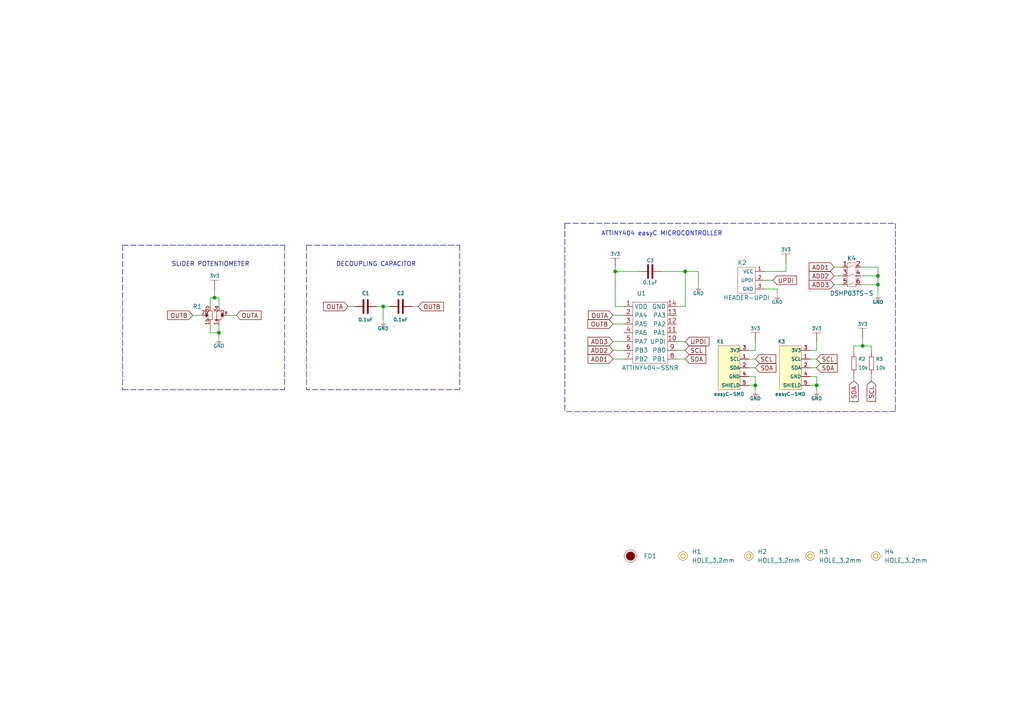
<source format=kicad_sch>
(kicad_sch (version 20210126) (generator eeschema)

  (paper "A4")

  (lib_symbols
    (symbol "e-radionica.com schematics:0603C" (pin_numbers hide) (pin_names (offset 0.002)) (in_bom yes) (on_board yes)
      (property "Reference" "C" (id 0) (at -0.635 3.175 0)
        (effects (font (size 1 1)))
      )
      (property "Value" "0603C" (id 1) (at 0 -3.175 0)
        (effects (font (size 1 1)))
      )
      (property "Footprint" "e-radionica.com footprinti:0603C" (id 2) (at 0 0 0)
        (effects (font (size 1 1)) hide)
      )
      (property "Datasheet" "" (id 3) (at 0 0 0)
        (effects (font (size 1 1)) hide)
      )
      (symbol "0603C_0_1"
        (polyline
          (pts
            (xy -0.635 1.905)
            (xy -0.635 -1.905)
          )
          (stroke (width 0.5)) (fill (type none))
        )
        (polyline
          (pts
            (xy 0.635 1.905)
            (xy 0.635 -1.905)
          )
          (stroke (width 0.5)) (fill (type none))
        )
      )
      (symbol "0603C_1_1"
        (pin passive line (at 3.175 0 180) (length 2.54)
          (name "~" (effects (font (size 1.27 1.27))))
          (number "2" (effects (font (size 1.27 1.27))))
        )
        (pin passive line (at -3.175 0 0) (length 2.54)
          (name "~" (effects (font (size 1.27 1.27))))
          (number "1" (effects (font (size 1.27 1.27))))
        )
      )
    )
    (symbol "e-radionica.com schematics:0603R" (pin_numbers hide) (pin_names (offset 0.254)) (in_bom yes) (on_board yes)
      (property "Reference" "R" (id 0) (at -1.905 1.905 0)
        (effects (font (size 1 1)))
      )
      (property "Value" "0603R" (id 1) (at 0 -1.905 0)
        (effects (font (size 1 1)))
      )
      (property "Footprint" "e-radionica.com footprinti:0603R" (id 2) (at -0.635 1.905 0)
        (effects (font (size 1 1)) hide)
      )
      (property "Datasheet" "" (id 3) (at -0.635 1.905 0)
        (effects (font (size 1 1)) hide)
      )
      (symbol "0603R_0_1"
        (rectangle (start -1.905 0.635) (end -1.8796 -0.635)
          (stroke (width 0.1)) (fill (type none))
        )
        (rectangle (start -1.905 0.635) (end 1.905 0.6096)
          (stroke (width 0.1)) (fill (type none))
        )
        (rectangle (start -1.905 -0.635) (end 1.905 -0.6604)
          (stroke (width 0.1)) (fill (type none))
        )
        (rectangle (start 1.905 0.635) (end 1.9304 -0.635)
          (stroke (width 0.1)) (fill (type none))
        )
      )
      (symbol "0603R_1_1"
        (pin passive line (at -3.175 0 0) (length 1.27)
          (name "~" (effects (font (size 1.27 1.27))))
          (number "1" (effects (font (size 1.27 1.27))))
        )
        (pin passive line (at 3.175 0 180) (length 1.27)
          (name "~" (effects (font (size 1.27 1.27))))
          (number "2" (effects (font (size 1.27 1.27))))
        )
      )
    )
    (symbol "e-radionica.com schematics:3V3" (power) (pin_names (offset 0)) (in_bom yes) (on_board yes)
      (property "Reference" "#PWR" (id 0) (at 4.445 0 0)
        (effects (font (size 1 1)) hide)
      )
      (property "Value" "3V3" (id 1) (at 0 3.556 0)
        (effects (font (size 1 1)))
      )
      (property "Footprint" "" (id 2) (at 4.445 3.81 0)
        (effects (font (size 1 1)) hide)
      )
      (property "Datasheet" "" (id 3) (at 4.445 3.81 0)
        (effects (font (size 1 1)) hide)
      )
      (property "ki_keywords" "power-flag" (id 4) (at 0 0 0)
        (effects (font (size 1.27 1.27)) hide)
      )
      (property "ki_description" "Power symbol creates a global label with name \"+3V3\"" (id 5) (at 0 0 0)
        (effects (font (size 1.27 1.27)) hide)
      )
      (symbol "3V3_0_1"
        (polyline
          (pts
            (xy 0 0)
            (xy 0 2.54)
          )
          (stroke (width 0)) (fill (type none))
        )
        (polyline
          (pts
            (xy -1.27 2.54)
            (xy 1.27 2.54)
          )
          (stroke (width 0.0006)) (fill (type none))
        )
      )
      (symbol "3V3_1_1"
        (pin power_in line (at 0 0 90) (length 0) hide
          (name "3V3" (effects (font (size 1.27 1.27))))
          (number "1" (effects (font (size 1.27 1.27))))
        )
      )
    )
    (symbol "e-radionica.com schematics:ATTINY404-SSNR" (in_bom yes) (on_board yes)
      (property "Reference" "U" (id 0) (at -5.08 10.16 0)
        (effects (font (size 1.27 1.27)))
      )
      (property "Value" "ATTINY404-SSNR" (id 1) (at 0 -10.16 0)
        (effects (font (size 1.27 1.27)))
      )
      (property "Footprint" "e-radionica.com footprinti:SOIC-14" (id 2) (at 0 -11.43 0)
        (effects (font (size 1.27 1.27)) hide)
      )
      (property "Datasheet" "" (id 3) (at 0 -2.54 0)
        (effects (font (size 1.27 1.27)) hide)
      )
      (symbol "ATTINY404-SSNR_0_1"
        (rectangle (start -5.08 8.89) (end 5.08 -8.89)
          (stroke (width 0.0006)) (fill (type none))
        )
      )
      (symbol "ATTINY404-SSNR_1_1"
        (pin power_in line (at -7.62 7.62 0) (length 2.54)
          (name "VDD" (effects (font (size 1.27 1.27))))
          (number "1" (effects (font (size 1.27 1.27))))
        )
        (pin bidirectional line (at -7.62 5.08 0) (length 2.54)
          (name "PA4" (effects (font (size 1.27 1.27))))
          (number "2" (effects (font (size 1.27 1.27))))
        )
        (pin bidirectional line (at -7.62 2.54 0) (length 2.54)
          (name "PA5" (effects (font (size 1.27 1.27))))
          (number "3" (effects (font (size 1.27 1.27))))
        )
        (pin bidirectional line (at -7.62 0 0) (length 2.54)
          (name "PA6" (effects (font (size 1.27 1.27))))
          (number "4" (effects (font (size 1.27 1.27))))
        )
        (pin bidirectional line (at -7.62 -2.54 0) (length 2.54)
          (name "PA7" (effects (font (size 1.27 1.27))))
          (number "5" (effects (font (size 1.27 1.27))))
        )
        (pin bidirectional line (at -7.62 -5.08 0) (length 2.54)
          (name "PB3" (effects (font (size 1.27 1.27))))
          (number "6" (effects (font (size 1.27 1.27))))
        )
        (pin bidirectional line (at -7.62 -7.62 0) (length 2.54)
          (name "PB2" (effects (font (size 1.27 1.27))))
          (number "7" (effects (font (size 1.27 1.27))))
        )
        (pin bidirectional line (at 7.62 -7.62 180) (length 2.54)
          (name "PB1" (effects (font (size 1.27 1.27))))
          (number "8" (effects (font (size 1.27 1.27))))
        )
        (pin bidirectional line (at 7.62 -5.08 180) (length 2.54)
          (name "PB0" (effects (font (size 1.27 1.27))))
          (number "9" (effects (font (size 1.27 1.27))))
        )
        (pin bidirectional line (at 7.62 -2.54 180) (length 2.54)
          (name "UPDI" (effects (font (size 1.27 1.27))))
          (number "10" (effects (font (size 1.27 1.27))))
        )
        (pin bidirectional line (at 7.62 0 180) (length 2.54)
          (name "PA1" (effects (font (size 1.27 1.27))))
          (number "11" (effects (font (size 1.27 1.27))))
        )
        (pin bidirectional line (at 7.62 2.54 180) (length 2.54)
          (name "PA2" (effects (font (size 1.27 1.27))))
          (number "12" (effects (font (size 1.27 1.27))))
        )
        (pin bidirectional line (at 7.62 5.08 180) (length 2.54)
          (name "PA3" (effects (font (size 1.27 1.27))))
          (number "13" (effects (font (size 1.27 1.27))))
        )
        (pin power_in line (at 7.62 7.62 180) (length 2.54)
          (name "GND" (effects (font (size 1.27 1.27))))
          (number "14" (effects (font (size 1.27 1.27))))
        )
      )
    )
    (symbol "e-radionica.com schematics:DSHP03TS-S" (in_bom yes) (on_board yes)
      (property "Reference" "K" (id 0) (at 0 5.08 0)
        (effects (font (size 1.27 1.27)))
      )
      (property "Value" "DSHP03TS-S" (id 1) (at 0 -5.08 0)
        (effects (font (size 1.27 1.27)))
      )
      (property "Footprint" "e-radionica.com footprinti:DSHP03TS-S" (id 2) (at -1.27 -7.62 0)
        (effects (font (size 1.27 1.27)) hide)
      )
      (property "Datasheet" "" (id 3) (at 0 0 0)
        (effects (font (size 1.27 1.27)) hide)
      )
      (property "ki_keywords" "DIP SW SWITCH " (id 4) (at 0 0 0)
        (effects (font (size 1.27 1.27)) hide)
      )
      (symbol "DSHP03TS-S_0_1"
        (rectangle (start -1.27 3.81) (end 1.27 -3.175)
          (stroke (width 0.0006)) (fill (type none))
        )
        (polyline
          (pts
            (xy -1.27 2.54)
            (xy -0.635 2.54)
            (xy 0.635 3.175)
          )
          (stroke (width 0.0006)) (fill (type none))
        )
        (polyline
          (pts
            (xy -1.27 0)
            (xy -0.635 0)
            (xy 0.635 0.635)
          )
          (stroke (width 0.0006)) (fill (type none))
        )
        (polyline
          (pts
            (xy -1.27 -2.54)
            (xy -0.635 -2.54)
            (xy 0.635 -1.905)
          )
          (stroke (width 0.0006)) (fill (type none))
        )
        (polyline
          (pts
            (xy 1.27 -2.54)
            (xy 0.635 -2.54)
          )
          (stroke (width 0.0006)) (fill (type none))
        )
        (polyline
          (pts
            (xy 1.27 0)
            (xy 0.635 0)
          )
          (stroke (width 0.0006)) (fill (type none))
        )
        (polyline
          (pts
            (xy 1.27 2.54)
            (xy 0.635 2.54)
          )
          (stroke (width 0.0006)) (fill (type none))
        )
      )
      (symbol "DSHP03TS-S_1_1"
        (pin bidirectional line (at -2.54 2.54 0) (length 1.27)
          (name "~" (effects (font (size 1.27 1.27))))
          (number "1" (effects (font (size 1.27 1.27))))
        )
        (pin bidirectional line (at 2.54 2.54 180) (length 1.27)
          (name "~" (effects (font (size 1.27 1.27))))
          (number "2" (effects (font (size 1.27 1.27))))
        )
        (pin bidirectional line (at -2.54 0 0) (length 1.27)
          (name "~" (effects (font (size 1.27 1.27))))
          (number "3" (effects (font (size 1.27 1.27))))
        )
        (pin bidirectional line (at 2.54 0 180) (length 1.27)
          (name "~" (effects (font (size 1.27 1.27))))
          (number "4" (effects (font (size 1.27 1.27))))
        )
        (pin bidirectional line (at -2.54 -2.54 0) (length 1.27)
          (name "~" (effects (font (size 1.27 1.27))))
          (number "5" (effects (font (size 1.27 1.27))))
        )
        (pin bidirectional line (at 2.54 -2.54 180) (length 1.27)
          (name "~" (effects (font (size 1.27 1.27))))
          (number "6" (effects (font (size 1.27 1.27))))
        )
      )
    )
    (symbol "e-radionica.com schematics:Fiducial_Stencil" (pin_numbers hide) (pin_names hide) (in_bom yes) (on_board yes)
      (property "Reference" "FD?" (id 0) (at 0 3.048 0)
        (effects (font (size 1.27 1.27)))
      )
      (property "Value" "Fiducial_Stencil" (id 1) (at 0 -2.794 0)
        (effects (font (size 1.27 1.27)) hide)
      )
      (property "Footprint" "e-radionica.com footprinti:FIDUCIAL_1MM_PASTE" (id 2) (at 0 -6.35 0)
        (effects (font (size 1.27 1.27)) hide)
      )
      (property "Datasheet" "" (id 3) (at 0 0 0)
        (effects (font (size 1.27 1.27)) hide)
      )
      (symbol "Fiducial_Stencil_0_1"
        (circle (center 0 0) (radius 1.7961) (stroke (width 0.0006)) (fill (type none)))
        (circle (center 0 0) (radius 1.27) (stroke (width 0.001)) (fill (type outline)))
        (polyline
          (pts
            (xy 1.778 0)
            (xy 2.032 0)
          )
          (stroke (width 0.0006)) (fill (type none))
        )
        (polyline
          (pts
            (xy 0 1.778)
            (xy 0 2.032)
          )
          (stroke (width 0.0006)) (fill (type none))
        )
        (polyline
          (pts
            (xy -1.778 0)
            (xy -2.032 0)
          )
          (stroke (width 0.0006)) (fill (type none))
        )
        (polyline
          (pts
            (xy 0 -1.778)
            (xy 0 -2.032)
          )
          (stroke (width 0.0006)) (fill (type none))
        )
      )
    )
    (symbol "e-radionica.com schematics:GND" (power) (pin_names (offset 0)) (in_bom yes) (on_board yes)
      (property "Reference" "#PWR" (id 0) (at 4.445 0 0)
        (effects (font (size 1 1)) hide)
      )
      (property "Value" "GND" (id 1) (at 0 -2.921 0)
        (effects (font (size 1 1)))
      )
      (property "Footprint" "" (id 2) (at 4.445 3.81 0)
        (effects (font (size 1 1)) hide)
      )
      (property "Datasheet" "" (id 3) (at 4.445 3.81 0)
        (effects (font (size 1 1)) hide)
      )
      (property "ki_keywords" "power-flag" (id 4) (at 0 0 0)
        (effects (font (size 1.27 1.27)) hide)
      )
      (property "ki_description" "Power symbol creates a global label with name \"+3V3\"" (id 5) (at 0 0 0)
        (effects (font (size 1.27 1.27)) hide)
      )
      (symbol "GND_0_1"
        (polyline
          (pts
            (xy 0 0)
            (xy 0 -1.27)
          )
          (stroke (width 0.0006)) (fill (type none))
        )
        (polyline
          (pts
            (xy -0.762 -1.27)
            (xy 0.762 -1.27)
          )
          (stroke (width 0.0006)) (fill (type none))
        )
        (polyline
          (pts
            (xy -0.381 -1.778)
            (xy 0.381 -1.778)
          )
          (stroke (width 0.0006)) (fill (type none))
        )
        (polyline
          (pts
            (xy -0.127 -2.032)
            (xy 0.127 -2.032)
          )
          (stroke (width 0.0006)) (fill (type none))
        )
        (polyline
          (pts
            (xy -0.635 -1.524)
            (xy 0.635 -1.524)
          )
          (stroke (width 0.0006)) (fill (type none))
        )
      )
      (symbol "GND_1_1"
        (pin power_in line (at 0 0 270) (length 0) hide
          (name "GND" (effects (font (size 1.27 1.27))))
          (number "1" (effects (font (size 1.27 1.27))))
        )
      )
    )
    (symbol "e-radionica.com schematics:HEADER-UPDI" (in_bom yes) (on_board yes)
      (property "Reference" "K" (id 0) (at -1.27 5.08 0)
        (effects (font (size 1.27 1.27)))
      )
      (property "Value" "HEADER-UPDI" (id 1) (at 0 -5.08 0)
        (effects (font (size 1.27 1.27)))
      )
      (property "Footprint" "e-radionica.com footprinti:HEADER-UPDI" (id 2) (at 2.54 -7.62 0)
        (effects (font (size 1.27 1.27)) hide)
      )
      (property "Datasheet" "" (id 3) (at 2.54 0 0)
        (effects (font (size 1.27 1.27)) hide)
      )
      (symbol "HEADER-UPDI_0_1"
        (rectangle (start -2.54 3.81) (end 2.54 -3.81)
          (stroke (width 0.0006)) (fill (type none))
        )
      )
      (symbol "HEADER-UPDI_1_1"
        (pin power_in line (at 5.08 2.54 180) (length 2.54)
          (name "VCC" (effects (font (size 1 1))))
          (number "1" (effects (font (size 1 1))))
        )
        (pin bidirectional line (at 5.08 0 180) (length 2.54)
          (name "UPDI" (effects (font (size 1 1))))
          (number "2" (effects (font (size 1 1))))
        )
        (pin power_in line (at 5.08 -2.54 180) (length 2.54)
          (name "GND" (effects (font (size 1 1))))
          (number "3" (effects (font (size 1 1))))
        )
      )
    )
    (symbol "e-radionica.com schematics:HOLE_3.2mm" (pin_numbers hide) (pin_names hide) (in_bom yes) (on_board yes)
      (property "Reference" "H" (id 0) (at 0 2.54 0)
        (effects (font (size 1.27 1.27)))
      )
      (property "Value" "HOLE_3.2mm" (id 1) (at 0 -2.54 0)
        (effects (font (size 1.27 1.27)))
      )
      (property "Footprint" "e-radionica.com footprinti:HOLE_3.2mm" (id 2) (at 0 0 0)
        (effects (font (size 1.27 1.27)) hide)
      )
      (property "Datasheet" "" (id 3) (at 0 0 0)
        (effects (font (size 1.27 1.27)) hide)
      )
      (symbol "HOLE_3.2mm_0_1"
        (circle (center 0 0) (radius 1.27) (stroke (width 0.001)) (fill (type background)))
        (circle (center 0 0) (radius 0.635) (stroke (width 0.0006)) (fill (type none)))
      )
    )
    (symbol "e-radionica.com schematics:SLIDER_POT" (in_bom yes) (on_board yes)
      (property "Reference" "R" (id 0) (at 0 15.24 0)
        (effects (font (size 1.27 1.27)))
      )
      (property "Value" "SLIDER_POT" (id 1) (at -6.35 -5.08 0)
        (effects (font (size 1.27 1.27)))
      )
      (property "Footprint" "e-radionica.com footprinti:SLIDER_POT" (id 2) (at 0 -1.27 0)
        (effects (font (size 1.27 1.27)) hide)
      )
      (property "Datasheet" "" (id 3) (at 0 -1.27 0)
        (effects (font (size 1.27 1.27)) hide)
      )
      (symbol "SLIDER_POT_0_1"
        (rectangle (start -1.27 -0.635) (end -1.2446 -1.905)
          (stroke (width 0.1)) (fill (type none))
        )
        (rectangle (start -1.27 -0.635) (end 1.27 -0.6604)
          (stroke (width 0.1)) (fill (type none))
        )
        (rectangle (start -1.27 -1.905) (end 1.27 -1.9304)
          (stroke (width 0.1)) (fill (type none))
        )
        (rectangle (start 1.27 -0.635) (end 1.2954 -1.905)
          (stroke (width 0.1)) (fill (type none))
        )
        (rectangle (start 1.27 0.635) (end 1.2446 1.905)
          (stroke (width 0.1)) (fill (type none))
        )
        (rectangle (start 1.27 0.635) (end -1.27 0.6604)
          (stroke (width 0.1)) (fill (type none))
        )
        (rectangle (start 1.27 1.905) (end -1.27 1.9304)
          (stroke (width 0.1)) (fill (type none))
        )
        (rectangle (start -1.27 0.635) (end -1.2954 1.905)
          (stroke (width 0.1)) (fill (type none))
        )
        (polyline
          (pts
            (xy 0 -1.905)
            (xy -0.635 -2.54)
            (xy 0.635 -2.54)
            (xy 0 -1.905)
          )
          (stroke (width 0.1)) (fill (type outline))
        )
        (polyline
          (pts
            (xy 0 1.905)
            (xy 0.635 2.54)
            (xy -0.635 2.54)
            (xy 0 1.905)
          )
          (stroke (width 0.1)) (fill (type outline))
        )
      )
      (symbol "SLIDER_POT_1_1"
        (pin passive line (at -2.54 -1.27 0) (length 1.27)
          (name "~" (effects (font (size 1.27 1.27))))
          (number "1a" (effects (font (size 1 1))))
        )
        (pin passive line (at 2.54 -1.27 180) (length 1.27)
          (name "~" (effects (font (size 1.27 1.27))))
          (number "3a" (effects (font (size 1 1))))
        )
        (pin passive line (at 0 -3.81 90) (length 1.91)
          (name "~" (effects (font (size 1.27 1.27))))
          (number "2a" (effects (font (size 1 1))))
        )
        (pin passive line (at 2.54 1.27 180) (length 1.27)
          (name "~" (effects (font (size 1.27 1.27))))
          (number "3b" (effects (font (size 1 1))))
        )
        (pin passive line (at -2.54 1.27 0) (length 1.27)
          (name "~" (effects (font (size 1.27 1.27))))
          (number "1b" (effects (font (size 1 1))))
        )
        (pin passive line (at 0 3.81 270) (length 1.91)
          (name "~" (effects (font (size 1.27 1.27))))
          (number "2b" (effects (font (size 1 1))))
        )
      )
    )
    (symbol "e-radionica.com schematics:easyC-SMD" (pin_names (offset 0.002)) (in_bom yes) (on_board yes)
      (property "Reference" "K" (id 0) (at -2.54 10.16 0)
        (effects (font (size 1 1)))
      )
      (property "Value" "easyC-SMD" (id 1) (at 0 -5.08 0)
        (effects (font (size 1 1)))
      )
      (property "Footprint" "e-radionica.com footprinti:easyC-connector" (id 2) (at 3.175 2.54 0)
        (effects (font (size 1 1)) hide)
      )
      (property "Datasheet" "" (id 3) (at 3.175 2.54 0)
        (effects (font (size 1 1)) hide)
      )
      (symbol "easyC-SMD_0_1"
        (rectangle (start -3.175 8.89) (end 3.175 -3.81)
          (stroke (width 0.001)) (fill (type background))
        )
      )
      (symbol "easyC-SMD_1_1"
        (pin passive line (at 5.715 5.08 180) (length 2.54)
          (name "SCL" (effects (font (size 1 1))))
          (number "1" (effects (font (size 1 1))))
        )
        (pin passive line (at 5.715 2.54 180) (length 2.54)
          (name "SDA" (effects (font (size 1 1))))
          (number "2" (effects (font (size 1 1))))
        )
        (pin passive line (at 5.715 7.62 180) (length 2.54)
          (name "3V3" (effects (font (size 1 1))))
          (number "3" (effects (font (size 1 1))))
        )
        (pin passive line (at 5.715 0 180) (length 2.54)
          (name "GND" (effects (font (size 1 1))))
          (number "4" (effects (font (size 1 1))))
        )
        (pin passive line (at 5.715 -2.54 180) (length 2.54)
          (name "SHIELD" (effects (font (size 1 1))))
          (number "5" (effects (font (size 1 1))))
        )
      )
    )
  )

  (junction (at 62.23 86.36) (diameter 0.9144) (color 0 0 0 0))
  (junction (at 63.5 96.52) (diameter 0.9144) (color 0 0 0 0))
  (junction (at 111.125 88.9) (diameter 0.9144) (color 0 0 0 0))
  (junction (at 178.435 78.74) (diameter 0.9144) (color 0 0 0 0))
  (junction (at 198.755 78.74) (diameter 0.9144) (color 0 0 0 0))
  (junction (at 219.075 111.76) (diameter 0.9144) (color 0 0 0 0))
  (junction (at 236.855 111.76) (diameter 0.9144) (color 0 0 0 0))
  (junction (at 250.19 100.33) (diameter 0.9144) (color 0 0 0 0))
  (junction (at 254.635 80.01) (diameter 0.9144) (color 0 0 0 0))
  (junction (at 254.635 82.55) (diameter 0.9144) (color 0 0 0 0))

  (wire (pts (xy 55.88 91.44) (xy 58.42 91.44))
    (stroke (width 0) (type solid) (color 0 0 0 0))
    (uuid c9aa1c5b-478d-4009-9813-5fb5014f9bd6)
  )
  (wire (pts (xy 60.96 86.36) (xy 60.96 88.9))
    (stroke (width 0) (type solid) (color 0 0 0 0))
    (uuid c7ffd7b6-a0d6-4a9a-afdb-7fdd04142a46)
  )
  (wire (pts (xy 60.96 86.36) (xy 62.23 86.36))
    (stroke (width 0) (type solid) (color 0 0 0 0))
    (uuid 0eacb9a7-8a00-429f-a112-0537c4aece2f)
  )
  (wire (pts (xy 60.96 93.98) (xy 60.96 96.52))
    (stroke (width 0) (type solid) (color 0 0 0 0))
    (uuid 60c3f710-b74b-456f-af35-3d427d10fbf8)
  )
  (wire (pts (xy 60.96 96.52) (xy 63.5 96.52))
    (stroke (width 0) (type solid) (color 0 0 0 0))
    (uuid 7372c828-9000-4ac7-83be-3757aeff937c)
  )
  (wire (pts (xy 62.23 83.82) (xy 62.23 86.36))
    (stroke (width 0) (type solid) (color 0 0 0 0))
    (uuid 6ceebf70-77dc-40a0-b236-872761cc96cc)
  )
  (wire (pts (xy 63.5 86.36) (xy 62.23 86.36))
    (stroke (width 0) (type solid) (color 0 0 0 0))
    (uuid 6ceebf70-77dc-40a0-b236-872761cc96cc)
  )
  (wire (pts (xy 63.5 86.36) (xy 63.5 88.9))
    (stroke (width 0) (type solid) (color 0 0 0 0))
    (uuid b06bae55-a5c5-4332-863d-70d70ec5e224)
  )
  (wire (pts (xy 63.5 93.98) (xy 63.5 96.52))
    (stroke (width 0) (type solid) (color 0 0 0 0))
    (uuid 979210c0-3b9d-4962-9cfe-7fb0698ea2e2)
  )
  (wire (pts (xy 63.5 96.52) (xy 63.5 97.79))
    (stroke (width 0) (type solid) (color 0 0 0 0))
    (uuid 08caaeda-91c0-4de6-bc9a-d9f9afe6a14f)
  )
  (wire (pts (xy 66.04 91.44) (xy 68.58 91.44))
    (stroke (width 0) (type solid) (color 0 0 0 0))
    (uuid 7d53d22f-649e-483e-b650-05eb130721b5)
  )
  (wire (pts (xy 100.965 88.9) (xy 102.87 88.9))
    (stroke (width 0) (type solid) (color 0 0 0 0))
    (uuid 7f5ac436-540b-43d8-919b-635710c50162)
  )
  (wire (pts (xy 109.22 88.9) (xy 111.125 88.9))
    (stroke (width 0) (type solid) (color 0 0 0 0))
    (uuid 8d0d5708-f691-4f2c-a60b-934ca422c0e4)
  )
  (wire (pts (xy 111.125 88.9) (xy 111.125 92.71))
    (stroke (width 0) (type solid) (color 0 0 0 0))
    (uuid dbb4fade-dad0-4f70-85a9-df390b7db9eb)
  )
  (wire (pts (xy 111.125 88.9) (xy 113.03 88.9))
    (stroke (width 0) (type solid) (color 0 0 0 0))
    (uuid 10729c0f-6f67-437a-8fe3-02e79afc271e)
  )
  (wire (pts (xy 119.38 88.9) (xy 121.285 88.9))
    (stroke (width 0) (type solid) (color 0 0 0 0))
    (uuid d3f59e5d-141a-4c90-9d77-fe4564020020)
  )
  (wire (pts (xy 177.8 91.44) (xy 180.975 91.44))
    (stroke (width 0) (type solid) (color 0 0 0 0))
    (uuid 1d15ae1e-0934-4a20-a54d-caeb0d9860c4)
  )
  (wire (pts (xy 177.8 93.98) (xy 180.975 93.98))
    (stroke (width 0) (type solid) (color 0 0 0 0))
    (uuid 3b4e9fc1-9efe-4ecc-bd66-8857c57401a1)
  )
  (wire (pts (xy 177.8 99.06) (xy 180.975 99.06))
    (stroke (width 0) (type solid) (color 0 0 0 0))
    (uuid c2801058-9d74-4f7b-a04e-bcc0f846319c)
  )
  (wire (pts (xy 177.8 101.6) (xy 180.975 101.6))
    (stroke (width 0) (type solid) (color 0 0 0 0))
    (uuid 175598ee-7f8e-48c6-97f3-286cecec30f4)
  )
  (wire (pts (xy 177.8 104.14) (xy 180.975 104.14))
    (stroke (width 0) (type solid) (color 0 0 0 0))
    (uuid 87481679-900d-49b0-b01d-71d97648b69e)
  )
  (wire (pts (xy 178.435 78.74) (xy 178.435 77.47))
    (stroke (width 0) (type solid) (color 0 0 0 0))
    (uuid 3953bb3b-0046-4a3f-9ce0-bc85cb373fcc)
  )
  (wire (pts (xy 178.435 88.9) (xy 178.435 78.74))
    (stroke (width 0) (type solid) (color 0 0 0 0))
    (uuid 47e8014a-d801-4014-b587-8064e377c5c0)
  )
  (wire (pts (xy 180.975 88.9) (xy 178.435 88.9))
    (stroke (width 0) (type solid) (color 0 0 0 0))
    (uuid af984bd3-a93c-4886-bcea-01b9aa25f1f9)
  )
  (wire (pts (xy 185.42 78.74) (xy 178.435 78.74))
    (stroke (width 0) (type solid) (color 0 0 0 0))
    (uuid 03e31537-2daf-482b-846e-8a83eb463f40)
  )
  (wire (pts (xy 191.77 78.74) (xy 198.755 78.74))
    (stroke (width 0) (type solid) (color 0 0 0 0))
    (uuid 951b634f-114b-416e-bd49-aa65c6fa4600)
  )
  (wire (pts (xy 196.215 99.06) (xy 198.755 99.06))
    (stroke (width 0) (type solid) (color 0 0 0 0))
    (uuid 978fcb70-f656-41a8-8060-5ef9433aef70)
  )
  (wire (pts (xy 196.215 101.6) (xy 198.755 101.6))
    (stroke (width 0) (type solid) (color 0 0 0 0))
    (uuid 8796bd68-9c53-45a4-9ab9-cba55042736b)
  )
  (wire (pts (xy 196.215 104.14) (xy 198.755 104.14))
    (stroke (width 0) (type solid) (color 0 0 0 0))
    (uuid ca32f324-9879-436b-a669-cd267b251814)
  )
  (wire (pts (xy 198.755 78.74) (xy 198.755 88.9))
    (stroke (width 0) (type solid) (color 0 0 0 0))
    (uuid 0632c32e-7c35-4951-8dca-44ac3956221d)
  )
  (wire (pts (xy 198.755 78.74) (xy 202.565 78.74))
    (stroke (width 0) (type solid) (color 0 0 0 0))
    (uuid 188a86a8-caaa-475c-907d-c7cf56306688)
  )
  (wire (pts (xy 198.755 88.9) (xy 196.215 88.9))
    (stroke (width 0) (type solid) (color 0 0 0 0))
    (uuid cc085166-c225-455f-811e-b595764cb960)
  )
  (wire (pts (xy 202.565 78.74) (xy 202.565 82.55))
    (stroke (width 0) (type solid) (color 0 0 0 0))
    (uuid b135058d-5705-4200-b895-c55afeeb83fa)
  )
  (wire (pts (xy 217.17 101.6) (xy 219.075 101.6))
    (stroke (width 0) (type solid) (color 0 0 0 0))
    (uuid e2f38002-99bf-4f6f-9bbc-6a6316efc8e2)
  )
  (wire (pts (xy 217.17 104.14) (xy 219.075 104.14))
    (stroke (width 0) (type solid) (color 0 0 0 0))
    (uuid 993c66c3-9140-4971-a85a-0f06fbcd1cd7)
  )
  (wire (pts (xy 217.17 106.68) (xy 219.075 106.68))
    (stroke (width 0) (type solid) (color 0 0 0 0))
    (uuid b58d652a-05c3-4286-b347-b4a28190adff)
  )
  (wire (pts (xy 217.17 109.22) (xy 219.075 109.22))
    (stroke (width 0) (type solid) (color 0 0 0 0))
    (uuid d09c7f55-9cd1-43a9-9433-71802a4fda90)
  )
  (wire (pts (xy 217.17 111.76) (xy 219.075 111.76))
    (stroke (width 0) (type solid) (color 0 0 0 0))
    (uuid ae0826d3-5b3d-4ddf-b348-8b3b67a997df)
  )
  (wire (pts (xy 219.075 101.6) (xy 219.075 99.06))
    (stroke (width 0) (type solid) (color 0 0 0 0))
    (uuid aeb3e0a6-5720-46ec-a32d-48b966a0b9f8)
  )
  (wire (pts (xy 219.075 109.22) (xy 219.075 111.76))
    (stroke (width 0) (type solid) (color 0 0 0 0))
    (uuid 1f6b0996-4842-47d8-b527-77143b48fc38)
  )
  (wire (pts (xy 219.075 111.76) (xy 219.075 113.03))
    (stroke (width 0) (type solid) (color 0 0 0 0))
    (uuid 077021a5-2fd2-4d1b-be40-b21493638cc2)
  )
  (wire (pts (xy 221.615 78.74) (xy 227.965 78.74))
    (stroke (width 0) (type solid) (color 0 0 0 0))
    (uuid 390c0418-2b31-4399-b9ec-f79a5a03e04e)
  )
  (wire (pts (xy 221.615 81.28) (xy 224.155 81.28))
    (stroke (width 0) (type solid) (color 0 0 0 0))
    (uuid 110d8ea2-0db9-4436-a20f-1f2330219a61)
  )
  (wire (pts (xy 221.615 83.82) (xy 225.425 83.82))
    (stroke (width 0) (type solid) (color 0 0 0 0))
    (uuid c1bb5dce-28b9-45d3-a62c-0acc6a2e178d)
  )
  (wire (pts (xy 225.425 83.82) (xy 225.425 85.09))
    (stroke (width 0) (type solid) (color 0 0 0 0))
    (uuid 24e53585-ee28-41b5-ad0b-f4830b21975c)
  )
  (wire (pts (xy 227.965 78.74) (xy 227.965 76.2))
    (stroke (width 0) (type solid) (color 0 0 0 0))
    (uuid 8a019cb6-e7d2-4a9e-8260-de8c2bf17b61)
  )
  (wire (pts (xy 234.95 101.6) (xy 236.855 101.6))
    (stroke (width 0) (type solid) (color 0 0 0 0))
    (uuid aebbb3a6-24dc-44d0-ac29-99445b109c13)
  )
  (wire (pts (xy 234.95 104.14) (xy 236.855 104.14))
    (stroke (width 0) (type solid) (color 0 0 0 0))
    (uuid 249cf362-58f1-47b5-b13a-128b1504aae3)
  )
  (wire (pts (xy 234.95 106.68) (xy 236.855 106.68))
    (stroke (width 0) (type solid) (color 0 0 0 0))
    (uuid bea3c717-1bef-4311-967e-b1fcc3154b1a)
  )
  (wire (pts (xy 234.95 109.22) (xy 236.855 109.22))
    (stroke (width 0) (type solid) (color 0 0 0 0))
    (uuid 816115b7-9788-4f3e-bdc2-04f85c4c7573)
  )
  (wire (pts (xy 234.95 111.76) (xy 236.855 111.76))
    (stroke (width 0) (type solid) (color 0 0 0 0))
    (uuid 349731e3-44b0-432c-87e3-b941b021d91c)
  )
  (wire (pts (xy 236.855 101.6) (xy 236.855 99.06))
    (stroke (width 0) (type solid) (color 0 0 0 0))
    (uuid 27e03dc4-1354-4726-95db-eac3c9675409)
  )
  (wire (pts (xy 236.855 109.22) (xy 236.855 111.76))
    (stroke (width 0) (type solid) (color 0 0 0 0))
    (uuid 839603a3-f623-4720-88f8-cf3cd26848b6)
  )
  (wire (pts (xy 236.855 111.76) (xy 236.855 113.03))
    (stroke (width 0) (type solid) (color 0 0 0 0))
    (uuid d6f28c0d-2060-4d09-842a-4ddb83daff78)
  )
  (wire (pts (xy 241.935 77.47) (xy 244.475 77.47))
    (stroke (width 0) (type solid) (color 0 0 0 0))
    (uuid 6bd0b5dc-59e9-4b3b-958d-6d461afb3e2a)
  )
  (wire (pts (xy 241.935 80.01) (xy 244.475 80.01))
    (stroke (width 0) (type solid) (color 0 0 0 0))
    (uuid e82fe5bc-95fd-4ac0-9665-b55589a260cb)
  )
  (wire (pts (xy 241.935 82.55) (xy 244.475 82.55))
    (stroke (width 0) (type solid) (color 0 0 0 0))
    (uuid 9a789e64-71b5-4467-a8cb-90129a62e458)
  )
  (wire (pts (xy 247.65 100.33) (xy 250.19 100.33))
    (stroke (width 0) (type solid) (color 0 0 0 0))
    (uuid fac34a78-dc81-4478-bb76-a778317c3b16)
  )
  (wire (pts (xy 247.65 102.235) (xy 247.65 100.33))
    (stroke (width 0) (type solid) (color 0 0 0 0))
    (uuid c62fb4c6-28d5-402e-8d9f-18455d0823c2)
  )
  (wire (pts (xy 247.65 108.585) (xy 247.65 110.49))
    (stroke (width 0) (type solid) (color 0 0 0 0))
    (uuid 28796bf1-3752-4115-8c95-5d553bf19269)
  )
  (wire (pts (xy 249.555 77.47) (xy 254.635 77.47))
    (stroke (width 0) (type solid) (color 0 0 0 0))
    (uuid ba5b6997-d803-44e3-b46c-cc0b3e011703)
  )
  (wire (pts (xy 249.555 80.01) (xy 254.635 80.01))
    (stroke (width 0) (type solid) (color 0 0 0 0))
    (uuid 11d0551b-6a9b-4f80-8006-24b896c33e51)
  )
  (wire (pts (xy 249.555 82.55) (xy 254.635 82.55))
    (stroke (width 0) (type solid) (color 0 0 0 0))
    (uuid 7a79b6b8-7625-4bfc-9840-4cdbca089373)
  )
  (wire (pts (xy 250.19 100.33) (xy 250.19 97.79))
    (stroke (width 0) (type solid) (color 0 0 0 0))
    (uuid 4882fadc-81b3-4205-862c-f5301bc2abc0)
  )
  (wire (pts (xy 252.73 100.33) (xy 250.19 100.33))
    (stroke (width 0) (type solid) (color 0 0 0 0))
    (uuid 5dc6e6eb-c213-4c30-a725-411c7e0d0998)
  )
  (wire (pts (xy 252.73 102.235) (xy 252.73 100.33))
    (stroke (width 0) (type solid) (color 0 0 0 0))
    (uuid bdb7e856-64aa-4889-aba4-49d32cdda8e2)
  )
  (wire (pts (xy 252.73 108.585) (xy 252.73 110.49))
    (stroke (width 0) (type solid) (color 0 0 0 0))
    (uuid c8bd4890-c137-4b11-9d95-f00f56ea70ad)
  )
  (wire (pts (xy 254.635 77.47) (xy 254.635 80.01))
    (stroke (width 0) (type solid) (color 0 0 0 0))
    (uuid 06d77cde-34cd-4540-9e58-dbba4fc330dc)
  )
  (wire (pts (xy 254.635 80.01) (xy 254.635 82.55))
    (stroke (width 0) (type solid) (color 0 0 0 0))
    (uuid 8f2f14af-0ff8-42d5-9cc0-47858b65fc43)
  )
  (wire (pts (xy 254.635 82.55) (xy 254.635 85.09))
    (stroke (width 0) (type solid) (color 0 0 0 0))
    (uuid 2f2913b7-f758-4804-813c-a145be945d09)
  )
  (polyline (pts (xy 35.56 71.12) (xy 35.56 113.03))
    (stroke (width 0) (type dash) (color 0 0 0 0))
    (uuid 29ea8ab3-2bfe-4a70-820e-f10db5537704)
  )
  (polyline (pts (xy 35.56 71.12) (xy 82.55 71.12))
    (stroke (width 0) (type dash) (color 0 0 0 0))
    (uuid 86cbc257-c82c-417d-ac59-19fe3fb172f3)
  )
  (polyline (pts (xy 35.56 113.03) (xy 82.55 113.03))
    (stroke (width 0) (type dash) (color 0 0 0 0))
    (uuid 71bcbad6-506d-4939-ba0c-9e27e2d2af77)
  )
  (polyline (pts (xy 82.55 71.12) (xy 82.55 113.03))
    (stroke (width 0) (type dash) (color 0 0 0 0))
    (uuid 5b5c6cbc-028f-4f1d-ac4d-e77de60b03b3)
  )
  (polyline (pts (xy 88.9 71.12) (xy 88.9 113.03))
    (stroke (width 0) (type dash) (color 0 0 0 0))
    (uuid 2896705b-c3b6-41da-95f0-9319e10f5f67)
  )
  (polyline (pts (xy 88.9 71.12) (xy 133.35 71.12))
    (stroke (width 0) (type dash) (color 0 0 0 0))
    (uuid 2896705b-c3b6-41da-95f0-9319e10f5f67)
  )
  (polyline (pts (xy 133.35 71.12) (xy 133.35 113.03))
    (stroke (width 0) (type dash) (color 0 0 0 0))
    (uuid 2896705b-c3b6-41da-95f0-9319e10f5f67)
  )
  (polyline (pts (xy 133.35 113.03) (xy 88.9 113.03))
    (stroke (width 0) (type dash) (color 0 0 0 0))
    (uuid 2896705b-c3b6-41da-95f0-9319e10f5f67)
  )
  (polyline (pts (xy 163.83 64.77) (xy 163.83 119.38))
    (stroke (width 0) (type dash) (color 0 0 0 0))
    (uuid 6547053f-1576-42b9-83c9-aaa0f5eb4159)
  )
  (polyline (pts (xy 163.83 64.77) (xy 259.715 64.77))
    (stroke (width 0) (type dash) (color 0 0 0 0))
    (uuid 6f7f00b6-f22d-4ab7-bb2b-1531bc4b8863)
  )
  (polyline (pts (xy 259.715 64.77) (xy 259.715 119.38))
    (stroke (width 0) (type dash) (color 0 0 0 0))
    (uuid 360f478c-0cff-48b1-acb1-1351f4a34aa2)
  )
  (polyline (pts (xy 259.715 119.38) (xy 163.83 119.38))
    (stroke (width 0) (type dash) (color 0 0 0 0))
    (uuid b68efeaf-a972-4eee-a8ff-a80a58f5d3df)
  )

  (text "SLIDER POTENTIOMETER" (at 72.39 77.47 180)
    (effects (font (size 1.27 1.27)) (justify right bottom))
    (uuid 01c438df-0444-435b-a7d8-68172ddc0e78)
  )
  (text "DECOUPLING CAPACITOR" (at 120.65 77.47 180)
    (effects (font (size 1.27 1.27)) (justify right bottom))
    (uuid c557855a-a4e8-41a8-a374-c68d533b722d)
  )
  (text "ATTINY404 easyC MICROCONTROLLER" (at 209.55 68.58 180)
    (effects (font (size 1.27 1.27)) (justify right bottom))
    (uuid 18fbd142-0ac7-4171-9f34-89a76a9532e0)
  )

  (global_label "OUTB" (shape input) (at 55.88 91.44 180)
    (effects (font (size 1.27 1.27)) (justify right))
    (uuid bcbb9df7-01e2-4e93-a0f0-8d98c538b0b5)
    (property "Intersheet References" "${INTERSHEET_REFS}" (id 0) (at 47.0443 91.3606 0)
      (effects (font (size 1.27 1.27)) (justify right) hide)
    )
  )
  (global_label "OUTA" (shape input) (at 68.58 91.44 0)
    (effects (font (size 1.27 1.27)) (justify left))
    (uuid 838fbcd7-41f1-42ee-8b39-7afde3c5cfd8)
    (property "Intersheet References" "${INTERSHEET_REFS}" (id 0) (at 77.2342 91.3606 0)
      (effects (font (size 1.27 1.27)) (justify left) hide)
    )
  )
  (global_label "OUTA" (shape input) (at 100.965 88.9 180)
    (effects (font (size 1.27 1.27)) (justify right))
    (uuid 857e4100-f1f0-4f7b-b583-a821418b2458)
    (property "Intersheet References" "${INTERSHEET_REFS}" (id 0) (at 92.3108 88.9794 0)
      (effects (font (size 1.27 1.27)) (justify right) hide)
    )
  )
  (global_label "OUTB" (shape input) (at 121.285 88.9 0)
    (effects (font (size 1.27 1.27)) (justify left))
    (uuid 6a25284f-1db0-42a8-91dd-9b7debdc2d0d)
    (property "Intersheet References" "${INTERSHEET_REFS}" (id 0) (at 130.1207 88.9794 0)
      (effects (font (size 1.27 1.27)) (justify left) hide)
    )
  )
  (global_label "OUTA" (shape input) (at 177.8 91.44 180)
    (effects (font (size 1.27 1.27)) (justify right))
    (uuid e447aeea-0c52-4647-aa10-5a89c86e97f5)
    (property "Intersheet References" "${INTERSHEET_REFS}" (id 0) (at 169.1458 91.3606 0)
      (effects (font (size 1.27 1.27)) (justify right) hide)
    )
  )
  (global_label "OUTB" (shape input) (at 177.8 93.98 180)
    (effects (font (size 1.27 1.27)) (justify right))
    (uuid aa25f697-c5ec-4364-9a02-a56de428c744)
    (property "Intersheet References" "${INTERSHEET_REFS}" (id 0) (at 168.9643 93.9006 0)
      (effects (font (size 1.27 1.27)) (justify right) hide)
    )
  )
  (global_label "ADD3" (shape input) (at 177.8 99.06 180)
    (effects (font (size 1.27 1.27)) (justify right))
    (uuid 8bc28760-5f82-4530-8e6f-3705948ce604)
    (property "Intersheet References" "${INTERSHEET_REFS}" (id 0) (at 169.0248 98.9806 0)
      (effects (font (size 1.27 1.27)) (justify right) hide)
    )
  )
  (global_label "ADD2" (shape input) (at 177.8 101.6 180)
    (effects (font (size 1.27 1.27)) (justify right))
    (uuid 8abec5fa-8c1e-4e21-b057-46937b6db0b4)
    (property "Intersheet References" "${INTERSHEET_REFS}" (id 0) (at 169.0248 101.5206 0)
      (effects (font (size 1.27 1.27)) (justify right) hide)
    )
  )
  (global_label "ADD1" (shape input) (at 177.8 104.14 180)
    (effects (font (size 1.27 1.27)) (justify right))
    (uuid a34a103e-e589-40be-b3f0-b0d155c09175)
    (property "Intersheet References" "${INTERSHEET_REFS}" (id 0) (at 169.0248 104.0606 0)
      (effects (font (size 1.27 1.27)) (justify right) hide)
    )
  )
  (global_label "UPDI" (shape input) (at 198.755 99.06 0)
    (effects (font (size 1.27 1.27)) (justify left))
    (uuid 3e2a284a-b869-4ec9-a69a-dfd7104f376c)
    (property "Intersheet References" "${INTERSHEET_REFS}" (id 0) (at 207.1673 98.9806 0)
      (effects (font (size 1.27 1.27)) (justify left) hide)
    )
  )
  (global_label "SCL" (shape input) (at 198.755 101.6 0)
    (effects (font (size 1.27 1.27)) (justify left))
    (uuid 575f898b-0ebb-4914-97b8-942e279e899e)
    (property "Intersheet References" "${INTERSHEET_REFS}" (id 0) (at 206.1997 101.5206 0)
      (effects (font (size 1.27 1.27)) (justify left) hide)
    )
  )
  (global_label "SDA" (shape input) (at 198.755 104.14 0)
    (effects (font (size 1.27 1.27)) (justify left))
    (uuid f5fcfdd9-9ad8-4642-9481-f44ace10b6b4)
    (property "Intersheet References" "${INTERSHEET_REFS}" (id 0) (at 206.2602 104.2194 0)
      (effects (font (size 1.27 1.27)) (justify left) hide)
    )
  )
  (global_label "SCL" (shape input) (at 219.075 104.14 0)
    (effects (font (size 1.27 1.27)) (justify left))
    (uuid 26838d9f-60bb-42f3-9c27-5a9429c49e81)
    (property "Intersheet References" "${INTERSHEET_REFS}" (id 0) (at 226.5197 104.0606 0)
      (effects (font (size 1.27 1.27)) (justify left) hide)
    )
  )
  (global_label "SDA" (shape input) (at 219.075 106.68 0)
    (effects (font (size 1.27 1.27)) (justify left))
    (uuid 4dffffd6-1839-4a7a-9138-94f1acc0e620)
    (property "Intersheet References" "${INTERSHEET_REFS}" (id 0) (at 226.5802 106.6006 0)
      (effects (font (size 1.27 1.27)) (justify left) hide)
    )
  )
  (global_label "UPDI" (shape input) (at 224.155 81.28 0)
    (effects (font (size 1.27 1.27)) (justify left))
    (uuid 036ecbf1-900a-4b00-afb6-f7214fbb8158)
    (property "Intersheet References" "${INTERSHEET_REFS}" (id 0) (at 232.5673 81.2006 0)
      (effects (font (size 1.27 1.27)) (justify left) hide)
    )
  )
  (global_label "SCL" (shape input) (at 236.855 104.14 0)
    (effects (font (size 1.27 1.27)) (justify left))
    (uuid 16b6a018-943e-44f4-8ccd-a89b00612b63)
    (property "Intersheet References" "${INTERSHEET_REFS}" (id 0) (at 244.2997 104.0606 0)
      (effects (font (size 1.27 1.27)) (justify left) hide)
    )
  )
  (global_label "SDA" (shape input) (at 236.855 106.68 0)
    (effects (font (size 1.27 1.27)) (justify left))
    (uuid 50c2c904-d04b-411e-b264-be972216be48)
    (property "Intersheet References" "${INTERSHEET_REFS}" (id 0) (at 244.3602 106.6006 0)
      (effects (font (size 1.27 1.27)) (justify left) hide)
    )
  )
  (global_label "ADD1" (shape input) (at 241.935 77.47 180)
    (effects (font (size 1.27 1.27)) (justify right))
    (uuid cd46d4e7-47d2-43df-ac5d-5561102f0078)
    (property "Intersheet References" "${INTERSHEET_REFS}" (id 0) (at 233.1598 77.3906 0)
      (effects (font (size 1.27 1.27)) (justify right) hide)
    )
  )
  (global_label "ADD2" (shape input) (at 241.935 80.01 180)
    (effects (font (size 1.27 1.27)) (justify right))
    (uuid 3ab69d41-adcd-48bc-af96-7187bc747068)
    (property "Intersheet References" "${INTERSHEET_REFS}" (id 0) (at 233.1598 79.9306 0)
      (effects (font (size 1.27 1.27)) (justify right) hide)
    )
  )
  (global_label "ADD3" (shape input) (at 241.935 82.55 180)
    (effects (font (size 1.27 1.27)) (justify right))
    (uuid f59ab4ca-dd25-4401-af7c-8f5e68742460)
    (property "Intersheet References" "${INTERSHEET_REFS}" (id 0) (at 233.1598 82.4706 0)
      (effects (font (size 1.27 1.27)) (justify right) hide)
    )
  )
  (global_label "SDA" (shape input) (at 247.65 110.49 270)
    (effects (font (size 1.27 1.27)) (justify right))
    (uuid 29282565-c800-472d-b38d-0658b1dbf903)
    (property "Intersheet References" "${INTERSHEET_REFS}" (id 0) (at 247.5706 117.9952 90)
      (effects (font (size 1.27 1.27)) (justify right) hide)
    )
  )
  (global_label "SCL" (shape input) (at 252.73 110.49 270)
    (effects (font (size 1.27 1.27)) (justify right))
    (uuid 2cdd58f7-b7aa-4be3-9d60-18ca7cb53729)
    (property "Intersheet References" "${INTERSHEET_REFS}" (id 0) (at 252.8094 117.9347 90)
      (effects (font (size 1.27 1.27)) (justify right) hide)
    )
  )

  (symbol (lib_id "e-radionica.com schematics:GND") (at 63.5 97.79 0) (unit 1)
    (in_bom yes) (on_board yes)
    (uuid 47b5bf84-351d-4032-a17f-da4d7c911a1a)
    (property "Reference" "#PWR0102" (id 0) (at 67.945 97.79 0)
      (effects (font (size 1 1)) hide)
    )
    (property "Value" "GND" (id 1) (at 63.5 100.33 0)
      (effects (font (size 1 1)))
    )
    (property "Footprint" "" (id 2) (at 67.945 93.98 0)
      (effects (font (size 1 1)) hide)
    )
    (property "Datasheet" "" (id 3) (at 67.945 93.98 0)
      (effects (font (size 1 1)) hide)
    )
    (pin "1" (uuid caa702ce-18df-443e-8154-ffb2c18ae17f))
  )

  (symbol (lib_id "e-radionica.com schematics:GND") (at 111.125 92.71 0) (unit 1)
    (in_bom yes) (on_board yes)
    (uuid a6e67906-851c-4867-b2c6-46868e445339)
    (property "Reference" "#PWR0101" (id 0) (at 115.57 92.71 0)
      (effects (font (size 1 1)) hide)
    )
    (property "Value" "GND" (id 1) (at 111.125 95.25 0)
      (effects (font (size 1 1)))
    )
    (property "Footprint" "" (id 2) (at 115.57 88.9 0)
      (effects (font (size 1 1)) hide)
    )
    (property "Datasheet" "" (id 3) (at 115.57 88.9 0)
      (effects (font (size 1 1)) hide)
    )
    (pin "1" (uuid caa702ce-18df-443e-8154-ffb2c18ae17f))
  )

  (symbol (lib_id "e-radionica.com schematics:GND") (at 202.565 82.55 0) (unit 1)
    (in_bom yes) (on_board yes)
    (uuid 40d6cbc9-7722-477d-b3bc-d4ad0b8fd071)
    (property "Reference" "#PWR0107" (id 0) (at 207.01 82.55 0)
      (effects (font (size 1 1)) hide)
    )
    (property "Value" "GND" (id 1) (at 202.565 85.09 0)
      (effects (font (size 1 1)))
    )
    (property "Footprint" "" (id 2) (at 207.01 78.74 0)
      (effects (font (size 1 1)) hide)
    )
    (property "Datasheet" "" (id 3) (at 207.01 78.74 0)
      (effects (font (size 1 1)) hide)
    )
    (pin "1" (uuid 2a6b0601-cc03-4ad2-b1c8-f6efd66fea6d))
  )

  (symbol (lib_id "e-radionica.com schematics:GND") (at 219.075 113.03 0) (unit 1)
    (in_bom yes) (on_board yes)
    (uuid ea476998-6b28-4b9a-a0c3-e8e858c1788c)
    (property "Reference" "#PWR0113" (id 0) (at 223.52 113.03 0)
      (effects (font (size 1 1)) hide)
    )
    (property "Value" "GND" (id 1) (at 219.075 115.57 0)
      (effects (font (size 1 1)))
    )
    (property "Footprint" "" (id 2) (at 223.52 109.22 0)
      (effects (font (size 1 1)) hide)
    )
    (property "Datasheet" "" (id 3) (at 223.52 109.22 0)
      (effects (font (size 1 1)) hide)
    )
    (pin "1" (uuid 2a6b0601-cc03-4ad2-b1c8-f6efd66fea6d))
  )

  (symbol (lib_id "e-radionica.com schematics:GND") (at 225.425 85.09 0) (unit 1)
    (in_bom yes) (on_board yes)
    (uuid 9baaaf03-7cf7-40d9-a687-9426de2ef3d5)
    (property "Reference" "#PWR0106" (id 0) (at 229.87 85.09 0)
      (effects (font (size 1 1)) hide)
    )
    (property "Value" "GND" (id 1) (at 225.425 87.63 0)
      (effects (font (size 1 1)))
    )
    (property "Footprint" "" (id 2) (at 229.87 81.28 0)
      (effects (font (size 1 1)) hide)
    )
    (property "Datasheet" "" (id 3) (at 229.87 81.28 0)
      (effects (font (size 1 1)) hide)
    )
    (pin "1" (uuid 2a6b0601-cc03-4ad2-b1c8-f6efd66fea6d))
  )

  (symbol (lib_id "e-radionica.com schematics:GND") (at 236.855 113.03 0) (unit 1)
    (in_bom yes) (on_board yes)
    (uuid dc8ebb4f-e18b-4d8d-851c-75991ea1c643)
    (property "Reference" "#PWR0104" (id 0) (at 241.3 113.03 0)
      (effects (font (size 1 1)) hide)
    )
    (property "Value" "GND" (id 1) (at 236.855 115.57 0)
      (effects (font (size 1 1)))
    )
    (property "Footprint" "" (id 2) (at 241.3 109.22 0)
      (effects (font (size 1 1)) hide)
    )
    (property "Datasheet" "" (id 3) (at 241.3 109.22 0)
      (effects (font (size 1 1)) hide)
    )
    (pin "1" (uuid 2a6b0601-cc03-4ad2-b1c8-f6efd66fea6d))
  )

  (symbol (lib_id "e-radionica.com schematics:GND") (at 254.635 85.09 0) (unit 1)
    (in_bom yes) (on_board yes)
    (uuid 2acad41e-eda8-481a-b656-9a3f15d177b2)
    (property "Reference" "#PWR0112" (id 0) (at 259.08 85.09 0)
      (effects (font (size 1 1)) hide)
    )
    (property "Value" "GND" (id 1) (at 254.635 87.63 0)
      (effects (font (size 1 1)))
    )
    (property "Footprint" "" (id 2) (at 259.08 81.28 0)
      (effects (font (size 1 1)) hide)
    )
    (property "Datasheet" "" (id 3) (at 259.08 81.28 0)
      (effects (font (size 1 1)) hide)
    )
    (pin "1" (uuid 2a6b0601-cc03-4ad2-b1c8-f6efd66fea6d))
  )

  (symbol (lib_id "e-radionica.com schematics:HOLE_3.2mm") (at 198.12 161.29 0) (unit 1)
    (in_bom yes) (on_board yes)
    (uuid 6e8ef5a2-77f3-4b03-ac82-ed4a479bc9e1)
    (property "Reference" "H1" (id 0) (at 200.66 160.02 0)
      (effects (font (size 1.27 1.27)) (justify left))
    )
    (property "Value" "HOLE_3.2mm" (id 1) (at 200.66 162.56 0)
      (effects (font (size 1.27 1.27)) (justify left))
    )
    (property "Footprint" "e-radionica.com footprinti:HOLE_3.2mm" (id 2) (at 198.12 161.29 0)
      (effects (font (size 1.27 1.27)) hide)
    )
    (property "Datasheet" "" (id 3) (at 198.12 161.29 0)
      (effects (font (size 1.27 1.27)) hide)
    )
  )

  (symbol (lib_id "e-radionica.com schematics:HOLE_3.2mm") (at 217.17 161.29 0) (unit 1)
    (in_bom yes) (on_board yes)
    (uuid 393709c9-5c9b-4a8c-aa0d-937430c9d0f4)
    (property "Reference" "H2" (id 0) (at 219.71 160.02 0)
      (effects (font (size 1.27 1.27)) (justify left))
    )
    (property "Value" "HOLE_3.2mm" (id 1) (at 219.71 162.56 0)
      (effects (font (size 1.27 1.27)) (justify left))
    )
    (property "Footprint" "e-radionica.com footprinti:HOLE_3.2mm" (id 2) (at 217.17 161.29 0)
      (effects (font (size 1.27 1.27)) hide)
    )
    (property "Datasheet" "" (id 3) (at 217.17 161.29 0)
      (effects (font (size 1.27 1.27)) hide)
    )
  )

  (symbol (lib_id "e-radionica.com schematics:HOLE_3.2mm") (at 234.95 161.29 0) (unit 1)
    (in_bom yes) (on_board yes)
    (uuid 3b3b0e9a-abef-4f13-87be-c2444fe204f6)
    (property "Reference" "H3" (id 0) (at 237.49 160.02 0)
      (effects (font (size 1.27 1.27)) (justify left))
    )
    (property "Value" "HOLE_3.2mm" (id 1) (at 237.49 162.56 0)
      (effects (font (size 1.27 1.27)) (justify left))
    )
    (property "Footprint" "e-radionica.com footprinti:HOLE_3.2mm" (id 2) (at 234.95 161.29 0)
      (effects (font (size 1.27 1.27)) hide)
    )
    (property "Datasheet" "" (id 3) (at 234.95 161.29 0)
      (effects (font (size 1.27 1.27)) hide)
    )
  )

  (symbol (lib_id "e-radionica.com schematics:HOLE_3.2mm") (at 254 161.29 0) (unit 1)
    (in_bom yes) (on_board yes)
    (uuid 4c5edf7e-c3f9-430f-89fb-1ab8d6edf263)
    (property "Reference" "H4" (id 0) (at 256.54 160.02 0)
      (effects (font (size 1.27 1.27)) (justify left))
    )
    (property "Value" "HOLE_3.2mm" (id 1) (at 256.54 162.56 0)
      (effects (font (size 1.27 1.27)) (justify left))
    )
    (property "Footprint" "e-radionica.com footprinti:HOLE_3.2mm" (id 2) (at 254 161.29 0)
      (effects (font (size 1.27 1.27)) hide)
    )
    (property "Datasheet" "" (id 3) (at 254 161.29 0)
      (effects (font (size 1.27 1.27)) hide)
    )
  )

  (symbol (lib_id "e-radionica.com schematics:3V3") (at 62.23 83.82 0) (unit 1)
    (in_bom yes) (on_board yes)
    (uuid b3e83016-a6b6-4d14-9da1-0ebc98f3fc87)
    (property "Reference" "#PWR0103" (id 0) (at 66.675 83.82 0)
      (effects (font (size 1 1)) hide)
    )
    (property "Value" "3V3" (id 1) (at 62.23 80.01 0)
      (effects (font (size 1 1)))
    )
    (property "Footprint" "" (id 2) (at 66.675 80.01 0)
      (effects (font (size 1 1)) hide)
    )
    (property "Datasheet" "" (id 3) (at 66.675 80.01 0)
      (effects (font (size 1 1)) hide)
    )
    (pin "1" (uuid bedf355e-f64d-4d61-a1a3-673658b00eeb))
  )

  (symbol (lib_id "e-radionica.com schematics:3V3") (at 178.435 77.47 0) (unit 1)
    (in_bom yes) (on_board yes)
    (uuid 9d639606-84d0-4b5e-82bf-8b6260ada55c)
    (property "Reference" "#PWR0109" (id 0) (at 182.88 77.47 0)
      (effects (font (size 1 1)) hide)
    )
    (property "Value" "3V3" (id 1) (at 178.435 73.66 0)
      (effects (font (size 1 1)))
    )
    (property "Footprint" "" (id 2) (at 182.88 73.66 0)
      (effects (font (size 1 1)) hide)
    )
    (property "Datasheet" "" (id 3) (at 182.88 73.66 0)
      (effects (font (size 1 1)) hide)
    )
    (pin "1" (uuid bedf355e-f64d-4d61-a1a3-673658b00eeb))
  )

  (symbol (lib_id "e-radionica.com schematics:3V3") (at 219.075 99.06 0) (unit 1)
    (in_bom yes) (on_board yes)
    (uuid 6bfb23f2-5897-479a-b828-eedb983badd4)
    (property "Reference" "#PWR0108" (id 0) (at 223.52 99.06 0)
      (effects (font (size 1 1)) hide)
    )
    (property "Value" "3V3" (id 1) (at 219.075 95.25 0)
      (effects (font (size 1 1)))
    )
    (property "Footprint" "" (id 2) (at 223.52 95.25 0)
      (effects (font (size 1 1)) hide)
    )
    (property "Datasheet" "" (id 3) (at 223.52 95.25 0)
      (effects (font (size 1 1)) hide)
    )
    (pin "1" (uuid bedf355e-f64d-4d61-a1a3-673658b00eeb))
  )

  (symbol (lib_id "e-radionica.com schematics:3V3") (at 227.965 76.2 0) (unit 1)
    (in_bom yes) (on_board yes)
    (uuid 451ede07-e116-41f6-b3f6-8da5d5db8fe2)
    (property "Reference" "#PWR0105" (id 0) (at 232.41 76.2 0)
      (effects (font (size 1 1)) hide)
    )
    (property "Value" "3V3" (id 1) (at 227.965 72.39 0)
      (effects (font (size 1 1)))
    )
    (property "Footprint" "" (id 2) (at 232.41 72.39 0)
      (effects (font (size 1 1)) hide)
    )
    (property "Datasheet" "" (id 3) (at 232.41 72.39 0)
      (effects (font (size 1 1)) hide)
    )
    (pin "1" (uuid bedf355e-f64d-4d61-a1a3-673658b00eeb))
  )

  (symbol (lib_id "e-radionica.com schematics:3V3") (at 236.855 99.06 0) (unit 1)
    (in_bom yes) (on_board yes)
    (uuid 2cf8208e-717b-4347-82f1-1d753f2c1087)
    (property "Reference" "#PWR0110" (id 0) (at 241.3 99.06 0)
      (effects (font (size 1 1)) hide)
    )
    (property "Value" "3V3" (id 1) (at 236.855 95.25 0)
      (effects (font (size 1 1)))
    )
    (property "Footprint" "" (id 2) (at 241.3 95.25 0)
      (effects (font (size 1 1)) hide)
    )
    (property "Datasheet" "" (id 3) (at 241.3 95.25 0)
      (effects (font (size 1 1)) hide)
    )
    (pin "1" (uuid bedf355e-f64d-4d61-a1a3-673658b00eeb))
  )

  (symbol (lib_id "e-radionica.com schematics:3V3") (at 250.19 97.79 0) (unit 1)
    (in_bom yes) (on_board yes)
    (uuid e85bcc96-30ca-4da2-bfce-aae5a087d78b)
    (property "Reference" "#PWR0111" (id 0) (at 254.635 97.79 0)
      (effects (font (size 1 1)) hide)
    )
    (property "Value" "3V3" (id 1) (at 250.19 93.98 0)
      (effects (font (size 1 1)))
    )
    (property "Footprint" "" (id 2) (at 254.635 93.98 0)
      (effects (font (size 1 1)) hide)
    )
    (property "Datasheet" "" (id 3) (at 254.635 93.98 0)
      (effects (font (size 1 1)) hide)
    )
    (pin "1" (uuid bedf355e-f64d-4d61-a1a3-673658b00eeb))
  )

  (symbol (lib_id "e-radionica.com schematics:0603R") (at 247.65 105.41 90) (unit 1)
    (in_bom yes) (on_board yes)
    (uuid 72bb5667-7628-4a41-b044-35ac652be3f9)
    (property "Reference" "R2" (id 0) (at 248.92 104.14 90)
      (effects (font (size 1 1)) (justify right))
    )
    (property "Value" "10k" (id 1) (at 248.92 106.68 90)
      (effects (font (size 1 1)) (justify right))
    )
    (property "Footprint" "e-radionica.com footprinti:0603R" (id 2) (at 245.745 106.045 0)
      (effects (font (size 1 1)) hide)
    )
    (property "Datasheet" "" (id 3) (at 245.745 106.045 0)
      (effects (font (size 1 1)) hide)
    )
    (pin "1" (uuid a8c5e7dc-86d0-4490-9304-3baefec916c3))
    (pin "2" (uuid 84ae3df0-d605-45dc-879f-2ff4029f2dd1))
  )

  (symbol (lib_id "e-radionica.com schematics:0603R") (at 252.73 105.41 90) (unit 1)
    (in_bom yes) (on_board yes)
    (uuid 0bf89a87-d51b-40ba-bbc8-ddf6f0e669b2)
    (property "Reference" "R3" (id 0) (at 254 104.14 90)
      (effects (font (size 1 1)) (justify right))
    )
    (property "Value" "10k" (id 1) (at 254 106.68 90)
      (effects (font (size 1 1)) (justify right))
    )
    (property "Footprint" "e-radionica.com footprinti:0603R" (id 2) (at 250.825 106.045 0)
      (effects (font (size 1 1)) hide)
    )
    (property "Datasheet" "" (id 3) (at 250.825 106.045 0)
      (effects (font (size 1 1)) hide)
    )
    (pin "1" (uuid a8c5e7dc-86d0-4490-9304-3baefec916c3))
    (pin "2" (uuid 84ae3df0-d605-45dc-879f-2ff4029f2dd1))
  )

  (symbol (lib_id "e-radionica.com schematics:Fiducial_Stencil") (at 182.88 161.29 0) (unit 1)
    (in_bom yes) (on_board yes)
    (uuid 3773a8d3-de77-4a69-8b71-d652110b5696)
    (property "Reference" "FD1" (id 0) (at 186.69 161.29 0)
      (effects (font (size 1.27 1.27)) (justify left))
    )
    (property "Value" "Fiducial_Stencil" (id 1) (at 182.88 164.084 0)
      (effects (font (size 1.27 1.27)) hide)
    )
    (property "Footprint" "e-radionica.com footprinti:FIDUCIAL_1MM_PASTE" (id 2) (at 182.88 167.64 0)
      (effects (font (size 1.27 1.27)) hide)
    )
    (property "Datasheet" "" (id 3) (at 182.88 161.29 0)
      (effects (font (size 1.27 1.27)) hide)
    )
  )

  (symbol (lib_id "e-radionica.com schematics:0603C") (at 106.045 88.9 0) (unit 1)
    (in_bom yes) (on_board yes)
    (uuid f5c06cf3-1909-4d71-93d2-4a0422b62a5b)
    (property "Reference" "C1" (id 0) (at 106.045 85.09 0)
      (effects (font (size 1 1)))
    )
    (property "Value" "0.1uF" (id 1) (at 106.045 92.71 0)
      (effects (font (size 1 1)))
    )
    (property "Footprint" "e-radionica.com footprinti:0603C" (id 2) (at 106.045 88.9 0)
      (effects (font (size 1 1)) hide)
    )
    (property "Datasheet" "" (id 3) (at 106.045 88.9 0)
      (effects (font (size 1 1)) hide)
    )
    (pin "2" (uuid a1e91455-a5e0-486c-9223-94a138f1bb39))
    (pin "1" (uuid 76a45c77-0d8a-4fff-8537-3792ce54ed0d))
  )

  (symbol (lib_id "e-radionica.com schematics:0603C") (at 116.205 88.9 0) (unit 1)
    (in_bom yes) (on_board yes)
    (uuid 2c00f73e-728f-46be-b7cd-ba6548f854a9)
    (property "Reference" "C2" (id 0) (at 116.205 85.09 0)
      (effects (font (size 1 1)))
    )
    (property "Value" "0.1uF" (id 1) (at 116.205 92.71 0)
      (effects (font (size 1 1)))
    )
    (property "Footprint" "e-radionica.com footprinti:0603C" (id 2) (at 116.205 88.9 0)
      (effects (font (size 1 1)) hide)
    )
    (property "Datasheet" "" (id 3) (at 116.205 88.9 0)
      (effects (font (size 1 1)) hide)
    )
    (pin "2" (uuid 8b95e9ec-dad1-46d1-8af8-461a5d33be5a))
    (pin "1" (uuid f15989ce-dcbf-46c8-8224-d6a1e0aedd05))
  )

  (symbol (lib_id "e-radionica.com schematics:0603C") (at 188.595 78.74 0) (unit 1)
    (in_bom yes) (on_board yes)
    (uuid 96752d9a-7246-4518-9d97-2539b28c9168)
    (property "Reference" "C3" (id 0) (at 188.595 75.565 0)
      (effects (font (size 1 1)))
    )
    (property "Value" "0.1uF" (id 1) (at 188.595 81.915 0)
      (effects (font (size 1 1)))
    )
    (property "Footprint" "e-radionica.com footprinti:0603C" (id 2) (at 188.595 78.74 0)
      (effects (font (size 1 1)) hide)
    )
    (property "Datasheet" "" (id 3) (at 188.595 78.74 0)
      (effects (font (size 1 1)) hide)
    )
    (pin "2" (uuid 627c54b3-95e3-40ac-b6a6-a91766d9ef4f))
    (pin "1" (uuid 08acf4e0-9151-4daa-843e-9f7d092f029f))
  )

  (symbol (lib_id "e-radionica.com schematics:DSHP03TS-S") (at 247.015 80.01 0) (unit 1)
    (in_bom yes) (on_board yes)
    (uuid 0649d16f-3c29-4109-a76e-7eecfa6b8440)
    (property "Reference" "K4" (id 0) (at 247.015 74.93 0))
    (property "Value" "DSHP03TS-S" (id 1) (at 247.015 85.09 0))
    (property "Footprint" "e-radionica.com footprinti:DSHP03TS-S" (id 2) (at 245.745 87.63 0)
      (effects (font (size 1.27 1.27)) hide)
    )
    (property "Datasheet" "" (id 3) (at 247.015 80.01 0)
      (effects (font (size 1.27 1.27)) hide)
    )
    (pin "1" (uuid 818fd1bc-b765-48b3-8d3b-f55b80aa2cb4))
    (pin "2" (uuid 1122a1f7-7cf8-4900-a4fa-dc86793c437d))
    (pin "3" (uuid 513751db-15fc-444f-af77-2150b21bbdbd))
    (pin "4" (uuid da40e9d7-9111-445f-9287-78afbb22545a))
    (pin "5" (uuid 7750450b-1b31-4290-ad19-7bee25b597fd))
    (pin "6" (uuid 781f96f9-5487-40f4-8393-195d4e21e42b))
  )

  (symbol (lib_id "e-radionica.com schematics:SLIDER_POT") (at 62.23 91.44 90) (unit 1)
    (in_bom yes) (on_board yes)
    (uuid ac5b243a-c678-4dd6-9503-617e165202ee)
    (property "Reference" "R1" (id 0) (at 55.88 88.9 90)
      (effects (font (size 1.27 1.27)) (justify right))
    )
    (property "Value" "SLIDER_POT" (id 1) (at 57.15 96.52 90)
      (effects (font (size 1.27 1.27)) (justify right) hide)
    )
    (property "Footprint" "e-radionica.com footprinti:SLIDER_POT" (id 2) (at 63.5 91.44 0)
      (effects (font (size 1.27 1.27)) hide)
    )
    (property "Datasheet" "" (id 3) (at 63.5 91.44 0)
      (effects (font (size 1.27 1.27)) hide)
    )
    (pin "1a" (uuid 252a4dd3-b5cc-4fae-9229-0b8479992b6c))
    (pin "3a" (uuid dc9a2f87-28ae-4d35-8077-046572362fd6))
    (pin "2a" (uuid 8b91b5f3-4b52-44f8-a969-bdb1f37265bd))
    (pin "3b" (uuid e0b886a2-2b4d-46e0-89de-817cb26246c4))
    (pin "1b" (uuid 04416edd-c787-4300-90c5-a49413524eff))
    (pin "2b" (uuid 4b82b447-3346-41f7-8dd4-c14236a0b5bd))
  )

  (symbol (lib_id "e-radionica.com schematics:HEADER-UPDI") (at 216.535 81.28 0) (unit 1)
    (in_bom yes) (on_board yes)
    (uuid b56641b6-b85e-4db6-9e68-a9d0a0f33942)
    (property "Reference" "K2" (id 0) (at 215.265 76.2 0))
    (property "Value" "HEADER-UPDI" (id 1) (at 216.535 86.36 0))
    (property "Footprint" "e-radionica.com footprinti:HEADER-UPDI" (id 2) (at 219.075 88.9 0)
      (effects (font (size 1.27 1.27)) hide)
    )
    (property "Datasheet" "" (id 3) (at 219.075 81.28 0)
      (effects (font (size 1.27 1.27)) hide)
    )
    (pin "1" (uuid b7137da2-db9b-4e16-913d-9ce6b6bdfa2a))
    (pin "2" (uuid 31fb6899-7fe8-4ab6-8639-d05194bf0839))
    (pin "3" (uuid b0a2352a-7240-4536-ae05-87c602d03201))
  )

  (symbol (lib_id "e-radionica.com schematics:easyC-SMD") (at 211.455 109.22 0) (unit 1)
    (in_bom yes) (on_board yes)
    (uuid 240b1d0b-6bbe-4d76-9520-c96d851bbef1)
    (property "Reference" "K1" (id 0) (at 208.915 99.06 0)
      (effects (font (size 1 1)))
    )
    (property "Value" "easyC-SMD" (id 1) (at 211.455 114.3 0)
      (effects (font (size 1 1)))
    )
    (property "Footprint" "e-radionica.com footprinti:easyC-connector" (id 2) (at 214.63 106.68 0)
      (effects (font (size 1 1)) hide)
    )
    (property "Datasheet" "" (id 3) (at 214.63 106.68 0)
      (effects (font (size 1 1)) hide)
    )
    (pin "1" (uuid 36d2425e-ae6a-4385-bc1e-7cb4531b2517))
    (pin "2" (uuid 428449c5-6f6f-4d6c-af8e-51e456895600))
    (pin "3" (uuid b80ce857-cd1a-4f22-8d5c-ff7e98922856))
    (pin "4" (uuid a8b02474-1a7d-4bf4-96ee-8fc2542ab65b))
    (pin "5" (uuid 7235f8f6-9839-4926-877c-e835fa3853b3))
  )

  (symbol (lib_id "e-radionica.com schematics:easyC-SMD") (at 229.235 109.22 0) (unit 1)
    (in_bom yes) (on_board yes)
    (uuid c018d98a-4cec-4051-bee4-aead0409aac3)
    (property "Reference" "K3" (id 0) (at 226.695 99.06 0)
      (effects (font (size 1 1)))
    )
    (property "Value" "easyC-SMD" (id 1) (at 229.235 114.3 0)
      (effects (font (size 1 1)))
    )
    (property "Footprint" "e-radionica.com footprinti:easyC-connector" (id 2) (at 232.41 106.68 0)
      (effects (font (size 1 1)) hide)
    )
    (property "Datasheet" "" (id 3) (at 232.41 106.68 0)
      (effects (font (size 1 1)) hide)
    )
    (pin "1" (uuid 36d2425e-ae6a-4385-bc1e-7cb4531b2517))
    (pin "2" (uuid 428449c5-6f6f-4d6c-af8e-51e456895600))
    (pin "3" (uuid b80ce857-cd1a-4f22-8d5c-ff7e98922856))
    (pin "4" (uuid a8b02474-1a7d-4bf4-96ee-8fc2542ab65b))
    (pin "5" (uuid 7235f8f6-9839-4926-877c-e835fa3853b3))
  )

  (symbol (lib_id "e-radionica.com schematics:ATTINY404-SSNR") (at 188.595 96.52 0) (unit 1)
    (in_bom yes) (on_board yes)
    (uuid 880d4683-c17e-46fa-b16a-a117cde784e4)
    (property "Reference" "U1" (id 0) (at 186.055 85.09 0))
    (property "Value" "ATTINY404-SSNR" (id 1) (at 188.595 106.68 0))
    (property "Footprint" "e-radionica.com footprinti:SOIC-14" (id 2) (at 188.595 107.95 0)
      (effects (font (size 1.27 1.27)) hide)
    )
    (property "Datasheet" "" (id 3) (at 188.595 99.06 0)
      (effects (font (size 1.27 1.27)) hide)
    )
    (pin "1" (uuid a974dc11-8585-4e8f-9d18-e9709a5597e8))
    (pin "2" (uuid 50f713e6-e1f6-46ad-b21b-6ad9ad12407a))
    (pin "3" (uuid e453e7e8-4622-41cd-84d6-0b7340f5cd5e))
    (pin "4" (uuid 750a6484-b119-4732-abf5-41bc0e0a6f5f))
    (pin "5" (uuid c5991a98-de7b-489f-84a0-cc8877550f87))
    (pin "6" (uuid 271368c4-a7a9-4e81-b65c-fb1c9382fbc6))
    (pin "7" (uuid abd662ef-1595-46ad-b138-95e6ab8baed8))
    (pin "8" (uuid 9525d921-b67a-4e66-ab90-8e0e6df15a20))
    (pin "9" (uuid 51feacb1-e774-4212-9807-e40295eaf579))
    (pin "10" (uuid 507759b4-dca0-4d7f-b8a2-103da32a13bd))
    (pin "11" (uuid 89143384-240e-47a3-9a11-24c9b0b71a23))
    (pin "12" (uuid 03825985-5c0a-4f40-b150-083f575568d4))
    (pin "13" (uuid af17a8d6-dc08-4978-a95e-15d876dd2663))
    (pin "14" (uuid ee790bfb-7347-4422-bac8-fe0f09f299d0))
  )

  (sheet_instances
    (path "/" (page "1"))
  )

  (symbol_instances
    (path "/a6e67906-851c-4867-b2c6-46868e445339"
      (reference "#PWR0101") (unit 1) (value "GND") (footprint "")
    )
    (path "/47b5bf84-351d-4032-a17f-da4d7c911a1a"
      (reference "#PWR0102") (unit 1) (value "GND") (footprint "")
    )
    (path "/b3e83016-a6b6-4d14-9da1-0ebc98f3fc87"
      (reference "#PWR0103") (unit 1) (value "3V3") (footprint "")
    )
    (path "/dc8ebb4f-e18b-4d8d-851c-75991ea1c643"
      (reference "#PWR0104") (unit 1) (value "GND") (footprint "")
    )
    (path "/451ede07-e116-41f6-b3f6-8da5d5db8fe2"
      (reference "#PWR0105") (unit 1) (value "3V3") (footprint "")
    )
    (path "/9baaaf03-7cf7-40d9-a687-9426de2ef3d5"
      (reference "#PWR0106") (unit 1) (value "GND") (footprint "")
    )
    (path "/40d6cbc9-7722-477d-b3bc-d4ad0b8fd071"
      (reference "#PWR0107") (unit 1) (value "GND") (footprint "")
    )
    (path "/6bfb23f2-5897-479a-b828-eedb983badd4"
      (reference "#PWR0108") (unit 1) (value "3V3") (footprint "")
    )
    (path "/9d639606-84d0-4b5e-82bf-8b6260ada55c"
      (reference "#PWR0109") (unit 1) (value "3V3") (footprint "")
    )
    (path "/2cf8208e-717b-4347-82f1-1d753f2c1087"
      (reference "#PWR0110") (unit 1) (value "3V3") (footprint "")
    )
    (path "/e85bcc96-30ca-4da2-bfce-aae5a087d78b"
      (reference "#PWR0111") (unit 1) (value "3V3") (footprint "")
    )
    (path "/2acad41e-eda8-481a-b656-9a3f15d177b2"
      (reference "#PWR0112") (unit 1) (value "GND") (footprint "")
    )
    (path "/ea476998-6b28-4b9a-a0c3-e8e858c1788c"
      (reference "#PWR0113") (unit 1) (value "GND") (footprint "")
    )
    (path "/f5c06cf3-1909-4d71-93d2-4a0422b62a5b"
      (reference "C1") (unit 1) (value "0.1uF") (footprint "e-radionica.com footprinti:0603C")
    )
    (path "/2c00f73e-728f-46be-b7cd-ba6548f854a9"
      (reference "C2") (unit 1) (value "0.1uF") (footprint "e-radionica.com footprinti:0603C")
    )
    (path "/96752d9a-7246-4518-9d97-2539b28c9168"
      (reference "C3") (unit 1) (value "0.1uF") (footprint "e-radionica.com footprinti:0603C")
    )
    (path "/3773a8d3-de77-4a69-8b71-d652110b5696"
      (reference "FD1") (unit 1) (value "Fiducial_Stencil") (footprint "e-radionica.com footprinti:FIDUCIAL_1MM_PASTE")
    )
    (path "/6e8ef5a2-77f3-4b03-ac82-ed4a479bc9e1"
      (reference "H1") (unit 1) (value "HOLE_3.2mm") (footprint "e-radionica.com footprinti:HOLE_3.2mm")
    )
    (path "/393709c9-5c9b-4a8c-aa0d-937430c9d0f4"
      (reference "H2") (unit 1) (value "HOLE_3.2mm") (footprint "e-radionica.com footprinti:HOLE_3.2mm")
    )
    (path "/3b3b0e9a-abef-4f13-87be-c2444fe204f6"
      (reference "H3") (unit 1) (value "HOLE_3.2mm") (footprint "e-radionica.com footprinti:HOLE_3.2mm")
    )
    (path "/4c5edf7e-c3f9-430f-89fb-1ab8d6edf263"
      (reference "H4") (unit 1) (value "HOLE_3.2mm") (footprint "e-radionica.com footprinti:HOLE_3.2mm")
    )
    (path "/240b1d0b-6bbe-4d76-9520-c96d851bbef1"
      (reference "K1") (unit 1) (value "easyC-SMD") (footprint "e-radionica.com footprinti:easyC-connector")
    )
    (path "/b56641b6-b85e-4db6-9e68-a9d0a0f33942"
      (reference "K2") (unit 1) (value "HEADER-UPDI") (footprint "e-radionica.com footprinti:HEADER-UPDI")
    )
    (path "/c018d98a-4cec-4051-bee4-aead0409aac3"
      (reference "K3") (unit 1) (value "easyC-SMD") (footprint "e-radionica.com footprinti:easyC-connector")
    )
    (path "/0649d16f-3c29-4109-a76e-7eecfa6b8440"
      (reference "K4") (unit 1) (value "DSHP03TS-S") (footprint "e-radionica.com footprinti:DSHP03TS-S")
    )
    (path "/ac5b243a-c678-4dd6-9503-617e165202ee"
      (reference "R1") (unit 1) (value "SLIDER_POT") (footprint "e-radionica.com footprinti:SLIDER_POT")
    )
    (path "/72bb5667-7628-4a41-b044-35ac652be3f9"
      (reference "R2") (unit 1) (value "10k") (footprint "e-radionica.com footprinti:0603R")
    )
    (path "/0bf89a87-d51b-40ba-bbc8-ddf6f0e669b2"
      (reference "R3") (unit 1) (value "10k") (footprint "e-radionica.com footprinti:0603R")
    )
    (path "/880d4683-c17e-46fa-b16a-a117cde784e4"
      (reference "U1") (unit 1) (value "ATTINY404-SSNR") (footprint "e-radionica.com footprinti:SOIC-14")
    )
  )
)

</source>
